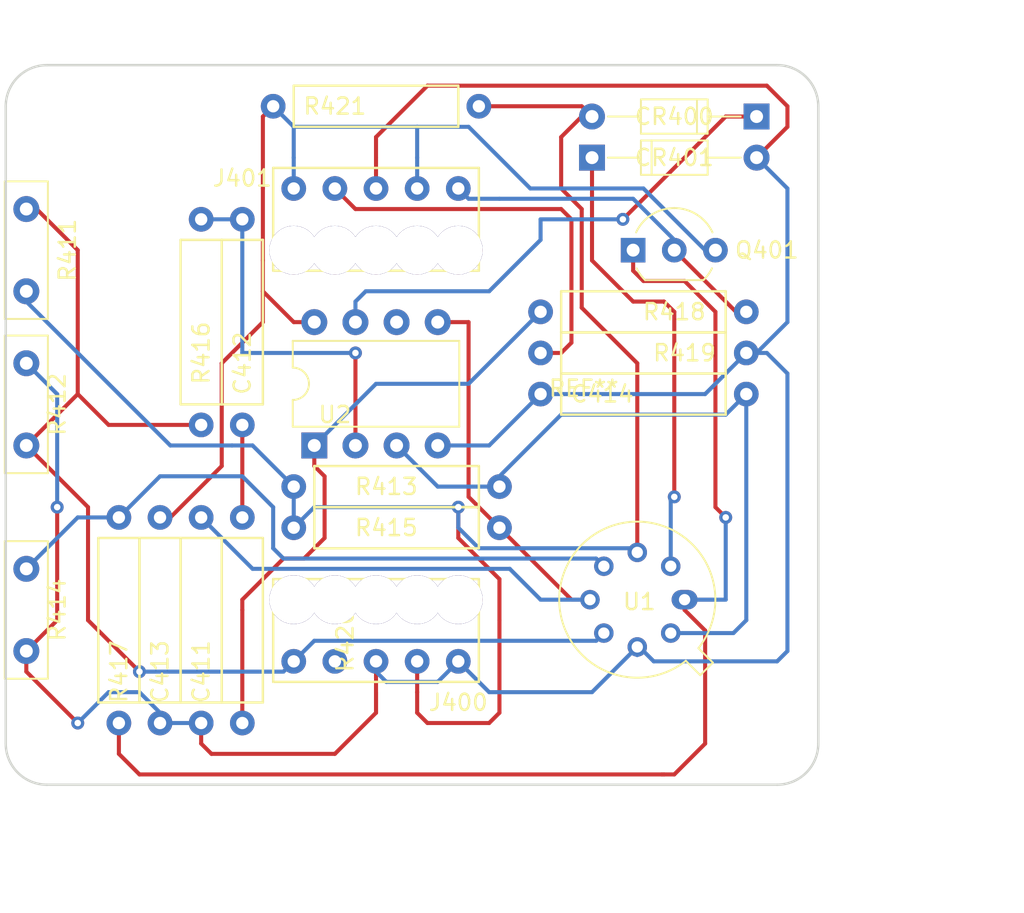
<source format=kicad_pcb>
(kicad_pcb (version 20171130) (host pcbnew "(2017-12-02 revision 3109343)-master")

  (general
    (thickness 1.6)
    (drawings 11)
    (tracks 219)
    (zones 0)
    (modules 25)
    (nets 18)
  )

  (page A4)
  (layers
    (0 F.Cu signal)
    (31 B.Cu signal)
    (32 B.Adhes user hide)
    (33 F.Adhes user hide)
    (34 B.Paste user)
    (35 F.Paste user)
    (36 B.SilkS user hide)
    (37 F.SilkS user)
    (38 B.Mask user)
    (39 F.Mask user hide)
    (40 Dwgs.User user hide)
    (41 Cmts.User user)
    (42 Eco1.User user)
    (43 Eco2.User user)
    (44 Edge.Cuts user)
    (45 Margin user)
    (46 B.CrtYd user hide)
    (47 F.CrtYd user hide)
    (48 B.Fab user hide)
    (49 F.Fab user hide)
  )

  (setup
    (last_trace_width 0.25)
    (trace_clearance 0.2)
    (zone_clearance 0.508)
    (zone_45_only no)
    (trace_min 0.2)
    (segment_width 0.2)
    (edge_width 0.15)
    (via_size 0.8)
    (via_drill 0.4)
    (via_min_size 0.4)
    (via_min_drill 0.3)
    (uvia_size 0.3)
    (uvia_drill 0.1)
    (uvias_allowed no)
    (uvia_min_size 0.2)
    (uvia_min_drill 0.1)
    (pcb_text_width 0.3)
    (pcb_text_size 1.5 1.5)
    (mod_edge_width 0.15)
    (mod_text_size 1 1)
    (mod_text_width 0.15)
    (pad_size 1.524 1.524)
    (pad_drill 0.762)
    (pad_to_mask_clearance 0.2)
    (aux_axis_origin 0 0)
    (visible_elements FFFFFF7F)
    (pcbplotparams
      (layerselection 0x010fc_ffffffff)
      (usegerberextensions false)
      (usegerberattributes false)
      (usegerberadvancedattributes false)
      (creategerberjobfile false)
      (excludeedgelayer true)
      (linewidth 0.100000)
      (plotframeref false)
      (viasonmask false)
      (mode 1)
      (useauxorigin false)
      (hpglpennumber 1)
      (hpglpenspeed 20)
      (hpglpendiameter 15)
      (psnegative false)
      (psa4output false)
      (plotreference true)
      (plotvalue true)
      (plotinvisibletext false)
      (padsonsilk false)
      (subtractmaskfromsilk false)
      (outputformat 1)
      (mirror false)
      (drillshape 0)
      (scaleselection 1)
      (outputdirectory gerbers/))
  )

  (net 0 "")
  (net 1 "Net-(J400-Pad5)")
  (net 2 "Net-(CR400-Pad2)")
  (net 3 GND)
  (net 4 "Net-(C414-Pad1)")
  (net 5 "Net-(R414-Pad1)")
  (net 6 "Net-(C411-Pad1)")
  (net 7 "Net-(C412-Pad2)")
  (net 8 "Net-(Q401-Pad1)")
  (net 9 "Net-(J401-Pad5)")
  (net 10 "Net-(R418-Pad2)")
  (net 11 -12V)
  (net 12 "Net-(C412-Pad1)")
  (net 13 +12V)
  (net 14 "Net-(CR401-Pad1)")
  (net 15 "Net-(CR400-Pad1)")
  (net 16 "Net-(U2-Pad6)")
  (net 17 "Net-(J400-Pad4)")

  (net_class Default "This is the default net class."
    (clearance 0.2)
    (trace_width 0.25)
    (via_dia 0.8)
    (via_drill 0.4)
    (uvia_dia 0.3)
    (uvia_drill 0.1)
    (add_net +12V)
    (add_net -12V)
    (add_net GND)
    (add_net "Net-(C411-Pad1)")
    (add_net "Net-(C412-Pad1)")
    (add_net "Net-(C412-Pad2)")
    (add_net "Net-(C414-Pad1)")
    (add_net "Net-(CR400-Pad1)")
    (add_net "Net-(CR400-Pad2)")
    (add_net "Net-(CR401-Pad1)")
    (add_net "Net-(J400-Pad4)")
    (add_net "Net-(J400-Pad5)")
    (add_net "Net-(J401-Pad5)")
    (add_net "Net-(Q401-Pad1)")
    (add_net "Net-(R414-Pad1)")
    (add_net "Net-(R418-Pad2)")
    (add_net "Net-(U2-Pad6)")
  )

  (module Mounting_Holes:MountingHole_4.3mm_M4 (layer F.Cu) (tedit 5A45E040) (tstamp 5A31DFD8)
    (at 121.285 130.175)
    (descr "Mounting Hole 4.3mm, no annular, M4")
    (tags "mounting hole 4.3mm no annular m4")
    (attr virtual)
    (fp_text reference REF** (at 0 -5.3) (layer F.SilkS) hide
      (effects (font (size 1 1) (thickness 0.15)))
    )
    (fp_text value MountingHole_4.3mm_M4 (at 0 5.3) (layer F.Fab)
      (effects (font (size 1 1) (thickness 0.15)))
    )
    (fp_text user %R (at 0.3 0) (layer F.Fab)
      (effects (font (size 1 1) (thickness 0.15)))
    )
    (fp_circle (center 0 0) (end 4.3 0) (layer Cmts.User) (width 0.15))
    (fp_circle (center 0 0) (end 4.55 0) (layer F.CrtYd) (width 0.05))
    (pad 1 np_thru_hole circle (at 0 0) (size 4.3 4.3) (drill 4.3) (layers *.Cu *.Mask))
  )

  (module Mounting_Holes:MountingHole_4.3mm_M4 (layer F.Cu) (tedit 5A45E037) (tstamp 5A31DFD0)
    (at 163.195 166.37)
    (descr "Mounting Hole 4.3mm, no annular, M4")
    (tags "mounting hole 4.3mm no annular m4")
    (attr virtual)
    (fp_text reference REF** (at 0 -5.3) (layer F.SilkS) hide
      (effects (font (size 1 1) (thickness 0.15)))
    )
    (fp_text value MountingHole_4.3mm_M4 (at 0 5.3) (layer F.Fab)
      (effects (font (size 1 1) (thickness 0.15)))
    )
    (fp_circle (center 0 0) (end 4.55 0) (layer F.CrtYd) (width 0.05))
    (fp_circle (center 0 0) (end 4.3 0) (layer Cmts.User) (width 0.15))
    (fp_text user %R (at 0.3 0) (layer F.Fab)
      (effects (font (size 1 1) (thickness 0.15)))
    )
    (pad 1 np_thru_hole circle (at 0 0) (size 4.3 4.3) (drill 4.3) (layers *.Cu *.Mask))
  )

  (module conn5r:CONN5R (layer F.Cu) (tedit 5A30D274) (tstamp 5A34A155)
    (at 139.7 134.62)
    (path /5A2D8AF5)
    (fp_text reference J401 (at -8.255 -1.905) (layer F.SilkS)
      (effects (font (size 1 1) (thickness 0.15)))
    )
    (fp_text value CONN_5 (at -1.27 -10.795) (layer F.Fab)
      (effects (font (size 1 1) (thickness 0.15)))
    )
    (fp_line (start 6.35 3.81) (end 6.35 -2.54) (layer F.SilkS) (width 0.15))
    (fp_line (start -6.35 3.81) (end 6.35 3.81) (layer F.SilkS) (width 0.15))
    (fp_line (start -6.35 -2.54) (end -6.35 3.81) (layer F.SilkS) (width 0.15))
    (fp_line (start 6.35 -2.54) (end -6.35 -2.54) (layer F.SilkS) (width 0.15))
    (pad 5 thru_hole circle (at 5.08 -1.27) (size 1.524 1.524) (drill 0.762) (layers *.Cu *.Mask)
      (net 9 "Net-(J401-Pad5)"))
    (pad 4 thru_hole circle (at 2.54 -1.27) (size 1.524 1.524) (drill 0.762) (layers *.Cu *.Mask)
      (net 13 +12V))
    (pad 3 thru_hole circle (at 0 -1.27) (size 1.524 1.524) (drill 0.762) (layers *.Cu *.Mask)
      (net 3 GND))
    (pad 2 thru_hole circle (at -2.54 -1.27) (size 1.524 1.524) (drill 0.762) (layers *.Cu *.Mask)
      (net 11 -12V))
    (pad 1 thru_hole circle (at -5.08 -1.27) (size 1.524 1.524) (drill 0.762) (layers *.Cu *.Mask)
      (net 13 +12V))
    (pad 0 thru_hole circle (at 5.08 2.54) (size 3.01 3.01) (drill 3) (layers *.Cu *.Mask))
    (pad 0 thru_hole circle (at 2.54 2.54) (size 3.01 3.01) (drill 3) (layers *.Cu *.Mask))
    (pad 0 thru_hole circle (at 0 2.54) (size 3.01 3.01) (drill 3) (layers *.Cu *.Mask))
    (pad 0 thru_hole circle (at -2.54 2.54) (size 3.01 3.01) (drill 3) (layers *.Cu *.Mask))
    (pad 0 thru_hole circle (at -5.08 2.54) (size 3.01 3.01) (drill 3) (layers *.Cu))
  )

  (module 0:0.5inch_resistor (layer F.Cu) (tedit 5A45E0A2) (tstamp 5A312643)
    (at 139.7 151.765)
    (path /5A2DC5A9)
    (fp_text reference R413 (at 0.635 0) (layer F.SilkS)
      (effects (font (size 1 1) (thickness 0.15)))
    )
    (fp_text value 74.25K (at -0.635 0) (layer F.Fab)
      (effects (font (size 1 1) (thickness 0.15)))
    )
    (fp_line (start 6.35 -1.27) (end 6.35 1.27) (layer F.SilkS) (width 0.15))
    (fp_line (start 6.35 1.27) (end -3.81 1.27) (layer F.SilkS) (width 0.15))
    (fp_line (start -3.81 1.27) (end -3.81 -1.27) (layer F.SilkS) (width 0.15))
    (fp_line (start -3.81 -1.27) (end 6.35 -1.27) (layer F.SilkS) (width 0.15))
    (pad 1 thru_hole circle (at -5.08 0) (size 1.524 1.524) (drill 0.762) (layers *.Cu *.Mask)
      (net 2 "Net-(CR400-Pad2)"))
    (pad 2 thru_hole circle (at 7.62 0) (size 1.524 1.524) (drill 0.762) (layers *.Cu *.Mask)
      (net 4 "Net-(C414-Pad1)"))
  )

  (module 0:0.5inch_resistor (layer F.Cu) (tedit 5A45E0A4) (tstamp 5A312657)
    (at 139.7 154.305)
    (path /5A2DC51D)
    (fp_text reference R415 (at 0.635 0) (layer F.SilkS)
      (effects (font (size 1 1) (thickness 0.15)))
    )
    (fp_text value 74.25K (at -0.635 0) (layer F.Fab)
      (effects (font (size 1 1) (thickness 0.15)))
    )
    (fp_line (start -3.81 -1.27) (end 6.35 -1.27) (layer F.SilkS) (width 0.15))
    (fp_line (start -3.81 1.27) (end -3.81 -1.27) (layer F.SilkS) (width 0.15))
    (fp_line (start 6.35 1.27) (end -3.81 1.27) (layer F.SilkS) (width 0.15))
    (fp_line (start 6.35 -1.27) (end 6.35 1.27) (layer F.SilkS) (width 0.15))
    (pad 2 thru_hole circle (at 7.62 0) (size 1.524 1.524) (drill 0.762) (layers *.Cu *.Mask)
      (net 6 "Net-(C411-Pad1)"))
    (pad 1 thru_hole circle (at -5.08 0) (size 1.524 1.524) (drill 0.762) (layers *.Cu *.Mask)
      (net 2 "Net-(CR400-Pad2)"))
  )

  (module 0:0.5inch_resistor (layer F.Cu) (tedit 5A30D006) (tstamp 5A312661)
    (at 128.905 140.335 270)
    (path /5A2D154C)
    (fp_text reference R416 (at 3.175 0 270) (layer F.SilkS)
      (effects (font (size 1 1) (thickness 0.15)))
    )
    (fp_text value 10K (at 0 -5.08 270) (layer F.Fab)
      (effects (font (size 1 1) (thickness 0.15)))
    )
    (fp_line (start 6.35 -1.27) (end 6.35 1.27) (layer F.SilkS) (width 0.15))
    (fp_line (start 6.35 1.27) (end -3.81 1.27) (layer F.SilkS) (width 0.15))
    (fp_line (start -3.81 1.27) (end -3.81 -1.27) (layer F.SilkS) (width 0.15))
    (fp_line (start -3.81 -1.27) (end 6.35 -1.27) (layer F.SilkS) (width 0.15))
    (pad 1 thru_hole circle (at -5.08 0 270) (size 1.524 1.524) (drill 0.762) (layers *.Cu *.Mask)
      (net 7 "Net-(C412-Pad2)"))
    (pad 2 thru_hole circle (at 7.62 0 270) (size 1.524 1.524) (drill 0.762) (layers *.Cu *.Mask)
      (net 1 "Net-(J400-Pad5)"))
  )

  (module 0:0.5inch_resistor (layer F.Cu) (tedit 5A30CD1E) (tstamp 5A31266B)
    (at 123.825 158.75 270)
    (path /5A2DA1B9)
    (fp_text reference R417 (at 4.445 0 270) (layer F.SilkS)
      (effects (font (size 1 1) (thickness 0.15)))
    )
    (fp_text value 200K (at 0 0 270) (layer F.Fab)
      (effects (font (size 1 1) (thickness 0.15)))
    )
    (fp_line (start 6.35 -1.27) (end 6.35 1.27) (layer F.SilkS) (width 0.15))
    (fp_line (start 6.35 1.27) (end -3.81 1.27) (layer F.SilkS) (width 0.15))
    (fp_line (start -3.81 1.27) (end -3.81 -1.27) (layer F.SilkS) (width 0.15))
    (fp_line (start -3.81 -1.27) (end 6.35 -1.27) (layer F.SilkS) (width 0.15))
    (pad 1 thru_hole circle (at -5.08 0 270) (size 1.524 1.524) (drill 0.762) (layers *.Cu *.Mask)
      (net 5 "Net-(R414-Pad1)"))
    (pad 2 thru_hole circle (at 7.62 0 270) (size 1.524 1.524) (drill 0.762) (layers *.Cu *.Mask)
      (net 8 "Net-(Q401-Pad1)"))
  )

  (module 0:0.5inch_resistor (layer F.Cu) (tedit 5A30CFF2) (tstamp 5A312675)
    (at 157.48 140.97 180)
    (path /5A2D18DC)
    (fp_text reference R418 (at -0.635 0 180) (layer F.SilkS)
      (effects (font (size 1 1) (thickness 0.15)))
    )
    (fp_text value 499 (at 4.445 0 180) (layer F.Fab)
      (effects (font (size 1 1) (thickness 0.15)))
    )
    (fp_line (start 6.35 -1.27) (end 6.35 1.27) (layer F.SilkS) (width 0.15))
    (fp_line (start 6.35 1.27) (end -3.81 1.27) (layer F.SilkS) (width 0.15))
    (fp_line (start -3.81 1.27) (end -3.81 -1.27) (layer F.SilkS) (width 0.15))
    (fp_line (start -3.81 -1.27) (end 6.35 -1.27) (layer F.SilkS) (width 0.15))
    (pad 1 thru_hole circle (at -5.08 0 180) (size 1.524 1.524) (drill 0.762) (layers *.Cu *.Mask)
      (net 9 "Net-(J401-Pad5)"))
    (pad 2 thru_hole circle (at 7.62 0 180) (size 1.524 1.524) (drill 0.762) (layers *.Cu *.Mask)
      (net 10 "Net-(R418-Pad2)"))
  )

  (module 0:0.5inch_resistor (layer F.Cu) (tedit 5A30CF8E) (tstamp 5A31267F)
    (at 154.94 143.51)
    (path /5A2EA3DF)
    (fp_text reference R419 (at 3.81 0) (layer F.SilkS)
      (effects (font (size 1 1) (thickness 0.15)))
    )
    (fp_text value 2.67K (at -1.27 0) (layer F.Fab)
      (effects (font (size 1 1) (thickness 0.15)))
    )
    (fp_line (start 6.35 -1.27) (end 6.35 1.27) (layer F.SilkS) (width 0.15))
    (fp_line (start 6.35 1.27) (end -3.81 1.27) (layer F.SilkS) (width 0.15))
    (fp_line (start -3.81 1.27) (end -3.81 -1.27) (layer F.SilkS) (width 0.15))
    (fp_line (start -3.81 -1.27) (end 6.35 -1.27) (layer F.SilkS) (width 0.15))
    (pad 1 thru_hole circle (at -5.08 0) (size 1.524 1.524) (drill 0.762) (layers *.Cu *.Mask)
      (net 11 -12V))
    (pad 2 thru_hole circle (at 7.62 0) (size 1.524 1.524) (drill 0.762) (layers *.Cu *.Mask)
      (net 3 GND))
  )

  (module 0:0.5inch_resistor (layer F.Cu) (tedit 5A30CCE0) (tstamp 5A312689)
    (at 131.445 161.29 90)
    (path /5A2D1776)
    (fp_text reference R420 (at 0 6.35 90) (layer F.SilkS)
      (effects (font (size 1 1) (thickness 0.15)))
    )
    (fp_text value 1M (at 3.81 0 90) (layer F.Fab)
      (effects (font (size 1 1) (thickness 0.15)))
    )
    (fp_line (start -3.81 -1.27) (end 6.35 -1.27) (layer F.SilkS) (width 0.15))
    (fp_line (start -3.81 1.27) (end -3.81 -1.27) (layer F.SilkS) (width 0.15))
    (fp_line (start 6.35 1.27) (end -3.81 1.27) (layer F.SilkS) (width 0.15))
    (fp_line (start 6.35 -1.27) (end 6.35 1.27) (layer F.SilkS) (width 0.15))
    (pad 2 thru_hole circle (at 7.62 0 90) (size 1.524 1.524) (drill 0.762) (layers *.Cu *.Mask)
      (net 12 "Net-(C412-Pad1)"))
    (pad 1 thru_hole circle (at -5.08 0 90) (size 1.524 1.524) (drill 0.762) (layers *.Cu *.Mask)
      (net 10 "Net-(R418-Pad2)"))
  )

  (module 0:0.5inch_resistor (layer F.Cu) (tedit 5A30CCA7) (tstamp 5A312693)
    (at 138.43 128.27)
    (path /5A2DECB6)
    (fp_text reference R421 (at -1.27 0) (layer F.SilkS)
      (effects (font (size 1 1) (thickness 0.15)))
    )
    (fp_text value 100K (at 3.81 0) (layer F.Fab)
      (effects (font (size 1 1) (thickness 0.15)))
    )
    (fp_line (start -3.81 -1.27) (end 6.35 -1.27) (layer F.SilkS) (width 0.15))
    (fp_line (start -3.81 1.27) (end -3.81 -1.27) (layer F.SilkS) (width 0.15))
    (fp_line (start 6.35 1.27) (end -3.81 1.27) (layer F.SilkS) (width 0.15))
    (fp_line (start 6.35 -1.27) (end 6.35 1.27) (layer F.SilkS) (width 0.15))
    (pad 2 thru_hole circle (at 7.62 0) (size 1.524 1.524) (drill 0.762) (layers *.Cu *.Mask)
      (net 2 "Net-(CR400-Pad2)"))
    (pad 1 thru_hole circle (at -5.08 0) (size 1.524 1.524) (drill 0.762) (layers *.Cu *.Mask)
      (net 13 +12V))
  )

  (module TO_SOT_Packages_THT:TO-5-8 (layer F.Cu) (tedit 5A317617) (tstamp 5A3126AD)
    (at 158.75 158.75 180)
    (descr TO-5-8)
    (tags TO-5-8)
    (path /5A2D6F4D)
    (fp_text reference U1 (at 2.794 -0.127 180) (layer F.SilkS)
      (effects (font (size 1 1) (thickness 0.15)))
    )
    (fp_text value LTZ1000A (at 2.92 5.82 180) (layer F.Fab)
      (effects (font (size 1 1) (thickness 0.15)))
    )
    (fp_arc (start 2.92 0) (end -0.077084 -3.774902) (angle 346.9) (layer F.SilkS) (width 0.12))
    (fp_arc (start 2.92 0) (end -0.085408 -3.61352) (angle 349.5) (layer F.Fab) (width 0.1))
    (fp_circle (center 2.92 0) (end 7.17 0) (layer F.Fab) (width 0.1))
    (fp_line (start 7.87 -4.95) (end -2.04 -4.95) (layer F.CrtYd) (width 0.05))
    (fp_line (start 7.87 4.95) (end 7.87 -4.95) (layer F.CrtYd) (width 0.05))
    (fp_line (start -2.04 4.95) (end 7.87 4.95) (layer F.CrtYd) (width 0.05))
    (fp_line (start -2.04 -4.95) (end -2.04 4.95) (layer F.CrtYd) (width 0.05))
    (fp_line (start -1.745856 -3.888039) (end -0.854902 -2.997084) (layer F.SilkS) (width 0.12))
    (fp_line (start -0.968039 -4.665856) (end -1.745856 -3.888039) (layer F.SilkS) (width 0.12))
    (fp_line (start -0.077084 -3.774902) (end -0.968039 -4.665856) (layer F.SilkS) (width 0.12))
    (fp_line (start -1.499621 -3.81151) (end -0.69352 -3.005408) (layer F.Fab) (width 0.1))
    (fp_line (start -0.89151 -4.419621) (end -1.499621 -3.81151) (layer F.Fab) (width 0.1))
    (fp_line (start -0.085408 -3.61352) (end -0.89151 -4.419621) (layer F.Fab) (width 0.1))
    (fp_text user %R (at -0.889 -18.542 180) (layer F.Fab)
      (effects (font (size 1 1) (thickness 0.15)))
    )
    (pad 8 thru_hole oval (at 0.855248 -2.064752 180) (size 1.2 1.2) (drill 0.7) (layers *.Cu *.Mask)
      (net 4 "Net-(C414-Pad1)"))
    (pad 7 thru_hole oval (at 2.92 -2.92 180) (size 1.2 1.2) (drill 0.7) (layers *.Cu *.Mask)
      (net 3 GND))
    (pad 6 thru_hole oval (at 4.984752 -2.064752 180) (size 1.2 1.2) (drill 0.7) (layers *.Cu *.Mask)
      (net 1 "Net-(J400-Pad5)"))
    (pad 5 thru_hole oval (at 5.84 0 180) (size 1.2 1.2) (drill 0.7) (layers *.Cu *.Mask)
      (net 6 "Net-(C411-Pad1)"))
    (pad 4 thru_hole oval (at 4.984752 2.064752 180) (size 1.2 1.2) (drill 0.7) (layers *.Cu *.Mask)
      (net 5 "Net-(R414-Pad1)"))
    (pad 3 thru_hole oval (at 2.92 2.92 180) (size 1.2 1.2) (drill 0.7) (layers *.Cu *.Mask)
      (net 2 "Net-(CR400-Pad2)"))
    (pad 2 thru_hole oval (at 0.855248 2.064752 180) (size 1.2 1.2) (drill 0.7) (layers *.Cu *.Mask)
      (net 14 "Net-(CR401-Pad1)"))
    (pad 1 thru_hole oval (at 0 0 180) (size 1.6 1.2) (drill 0.7) (layers *.Cu *.Mask)
      (net 8 "Net-(Q401-Pad1)"))
    (model ${KISYS3DMOD}/TO_SOT_Packages_THT.3dshapes/TO-5-8.wrl
      (at (xyz 0 0 0))
      (scale (xyz 0.393701 0.393701 0.393701))
      (rotate (xyz 0 0 0))
    )
  )

  (module Housings_DIP:DIP-8_W7.62mm (layer F.Cu) (tedit 5A30CD08) (tstamp 5A3126C9)
    (at 135.89 149.225 90)
    (descr "8-lead though-hole mounted DIP package, row spacing 7.62 mm (300 mils)")
    (tags "THT DIP DIL PDIP 2.54mm 7.62mm 300mil")
    (path /5A2D13FD)
    (fp_text reference U2 (at 1.905 1.27 180) (layer F.SilkS)
      (effects (font (size 1 1) (thickness 0.15)))
    )
    (fp_text value LT1013 (at 3.81 9.95 90) (layer F.Fab)
      (effects (font (size 1 1) (thickness 0.15)))
    )
    (fp_text user %R (at 3.81 3.81 90) (layer F.Fab)
      (effects (font (size 1 1) (thickness 0.15)))
    )
    (fp_line (start 8.7 -1.55) (end -1.1 -1.55) (layer F.CrtYd) (width 0.05))
    (fp_line (start 8.7 9.15) (end 8.7 -1.55) (layer F.CrtYd) (width 0.05))
    (fp_line (start -1.1 9.15) (end 8.7 9.15) (layer F.CrtYd) (width 0.05))
    (fp_line (start -1.1 -1.55) (end -1.1 9.15) (layer F.CrtYd) (width 0.05))
    (fp_line (start 6.46 -1.33) (end 4.81 -1.33) (layer F.SilkS) (width 0.12))
    (fp_line (start 6.46 8.95) (end 6.46 -1.33) (layer F.SilkS) (width 0.12))
    (fp_line (start 1.16 8.95) (end 6.46 8.95) (layer F.SilkS) (width 0.12))
    (fp_line (start 1.16 -1.33) (end 1.16 8.95) (layer F.SilkS) (width 0.12))
    (fp_line (start 2.81 -1.33) (end 1.16 -1.33) (layer F.SilkS) (width 0.12))
    (fp_line (start 0.635 -0.27) (end 1.635 -1.27) (layer F.Fab) (width 0.1))
    (fp_line (start 0.635 8.89) (end 0.635 -0.27) (layer F.Fab) (width 0.1))
    (fp_line (start 6.985 8.89) (end 0.635 8.89) (layer F.Fab) (width 0.1))
    (fp_line (start 6.985 -1.27) (end 6.985 8.89) (layer F.Fab) (width 0.1))
    (fp_line (start 1.635 -1.27) (end 6.985 -1.27) (layer F.Fab) (width 0.1))
    (fp_arc (start 3.81 -1.33) (end 2.81 -1.33) (angle -180) (layer F.SilkS) (width 0.12))
    (pad 8 thru_hole oval (at 7.62 0 90) (size 1.6 1.6) (drill 0.8) (layers *.Cu *.Mask)
      (net 13 +12V))
    (pad 4 thru_hole oval (at 0 7.62 90) (size 1.6 1.6) (drill 0.8) (layers *.Cu *.Mask)
      (net 3 GND))
    (pad 7 thru_hole oval (at 7.62 2.54 90) (size 1.6 1.6) (drill 0.8) (layers *.Cu *.Mask)
      (net 15 "Net-(CR400-Pad1)"))
    (pad 3 thru_hole oval (at 0 5.08 90) (size 1.6 1.6) (drill 0.8) (layers *.Cu *.Mask)
      (net 4 "Net-(C414-Pad1)"))
    (pad 6 thru_hole oval (at 7.62 5.08 90) (size 1.6 1.6) (drill 0.8) (layers *.Cu *.Mask)
      (net 16 "Net-(U2-Pad6)"))
    (pad 2 thru_hole oval (at 0 2.54 90) (size 1.6 1.6) (drill 0.8) (layers *.Cu *.Mask)
      (net 7 "Net-(C412-Pad2)"))
    (pad 5 thru_hole oval (at 7.62 7.62 90) (size 1.6 1.6) (drill 0.8) (layers *.Cu *.Mask)
      (net 6 "Net-(C411-Pad1)"))
    (pad 1 thru_hole rect (at 0 0 90) (size 1.6 1.6) (drill 0.8) (layers *.Cu *.Mask)
      (net 10 "Net-(R418-Pad2)"))
    (model ${KISYS3DMOD}/Housings_DIP.3dshapes/DIP-8_W7.62mm.wrl
      (at (xyz 0 0 0))
      (scale (xyz 1 1 1))
      (rotate (xyz 0 0 0))
    )
  )

  (module Resistors_THT:R_Box_L8.4mm_W2.5mm_P5.08mm (layer F.Cu) (tedit 5A45E04C) (tstamp 5A316595)
    (at 118.11 139.7 90)
    (descr "Resistor, Box series, Radial, pin pitch=5.08mm, 0.5W = 1/2W, length*width=8.38*2.54mm^2, http://www.vishay.com/docs/60051/cns020.pdf")
    (tags "Resistor Box series Radial pin pitch 5.08mm 0.5W = 1/2W length 8.38mm width 2.54mm")
    (path /5A2D0FF5)
    (fp_text reference R411 (at 2.54 2.54 90) (layer F.SilkS)
      (effects (font (size 1 1) (thickness 0.15)))
    )
    (fp_text value 15K (at 2.54 2.33 90) (layer F.Fab)
      (effects (font (size 1 1) (thickness 0.15)))
    )
    (fp_line (start 7.05 -1.6) (end -2 -1.6) (layer F.CrtYd) (width 0.05))
    (fp_line (start 7.05 1.6) (end 7.05 -1.6) (layer F.CrtYd) (width 0.05))
    (fp_line (start -2 1.6) (end 7.05 1.6) (layer F.CrtYd) (width 0.05))
    (fp_line (start -2 -1.6) (end -2 1.6) (layer F.CrtYd) (width 0.05))
    (fp_line (start 6.79 -1.33) (end 6.79 1.33) (layer F.SilkS) (width 0.12))
    (fp_line (start -1.71 -1.33) (end -1.71 1.33) (layer F.SilkS) (width 0.12))
    (fp_line (start -1.71 1.33) (end 6.79 1.33) (layer F.SilkS) (width 0.12))
    (fp_line (start -1.71 -1.33) (end 6.79 -1.33) (layer F.SilkS) (width 0.12))
    (fp_line (start 6.73 -1.27) (end -1.65 -1.27) (layer F.Fab) (width 0.1))
    (fp_line (start 6.73 1.27) (end 6.73 -1.27) (layer F.Fab) (width 0.1))
    (fp_line (start -1.65 1.27) (end 6.73 1.27) (layer F.Fab) (width 0.1))
    (fp_line (start -1.65 -1.27) (end -1.65 1.27) (layer F.Fab) (width 0.1))
    (pad 2 thru_hole circle (at 5.08 0 90) (size 1.6 1.6) (drill 0.8) (layers *.Cu *.Mask)
      (net 1 "Net-(J400-Pad5)"))
    (pad 1 thru_hole circle (at 0 0 90) (size 1.6 1.6) (drill 0.8) (layers *.Cu *.Mask)
      (net 2 "Net-(CR400-Pad2)"))
    (model ${KISYS3DMOD}/Resistors_THT.3dshapes/R_Box_L8.4mm_W2.5mm_P5.08mm.wrl
      (at (xyz 0 0 0))
      (scale (xyz 0.393701 0.393701 0.393701))
      (rotate (xyz 0 0 0))
    )
  )

  (module Resistors_THT:R_Box_L8.4mm_W2.5mm_P5.08mm (layer F.Cu) (tedit 5A45E04E) (tstamp 5A3165A6)
    (at 118.11 149.225 90)
    (descr "Resistor, Box series, Radial, pin pitch=5.08mm, 0.5W = 1/2W, length*width=8.38*2.54mm^2, http://www.vishay.com/docs/60051/cns020.pdf")
    (tags "Resistor Box series Radial pin pitch 5.08mm 0.5W = 1/2W length 8.38mm width 2.54mm")
    (path /5A2D0F59)
    (fp_text reference R412 (at 2.54 1.905 90) (layer F.SilkS)
      (effects (font (size 1 1) (thickness 0.15)))
    )
    (fp_text value 1K (at 2.54 2.33 90) (layer F.Fab)
      (effects (font (size 1 1) (thickness 0.15)))
    )
    (fp_line (start -1.65 -1.27) (end -1.65 1.27) (layer F.Fab) (width 0.1))
    (fp_line (start -1.65 1.27) (end 6.73 1.27) (layer F.Fab) (width 0.1))
    (fp_line (start 6.73 1.27) (end 6.73 -1.27) (layer F.Fab) (width 0.1))
    (fp_line (start 6.73 -1.27) (end -1.65 -1.27) (layer F.Fab) (width 0.1))
    (fp_line (start -1.71 -1.33) (end 6.79 -1.33) (layer F.SilkS) (width 0.12))
    (fp_line (start -1.71 1.33) (end 6.79 1.33) (layer F.SilkS) (width 0.12))
    (fp_line (start -1.71 -1.33) (end -1.71 1.33) (layer F.SilkS) (width 0.12))
    (fp_line (start 6.79 -1.33) (end 6.79 1.33) (layer F.SilkS) (width 0.12))
    (fp_line (start -2 -1.6) (end -2 1.6) (layer F.CrtYd) (width 0.05))
    (fp_line (start -2 1.6) (end 7.05 1.6) (layer F.CrtYd) (width 0.05))
    (fp_line (start 7.05 1.6) (end 7.05 -1.6) (layer F.CrtYd) (width 0.05))
    (fp_line (start 7.05 -1.6) (end -2 -1.6) (layer F.CrtYd) (width 0.05))
    (pad 1 thru_hole circle (at 0 0 90) (size 1.6 1.6) (drill 0.8) (layers *.Cu *.Mask)
      (net 1 "Net-(J400-Pad5)"))
    (pad 2 thru_hole circle (at 5.08 0 90) (size 1.6 1.6) (drill 0.8) (layers *.Cu *.Mask)
      (net 3 GND))
    (model ${KISYS3DMOD}/Resistors_THT.3dshapes/R_Box_L8.4mm_W2.5mm_P5.08mm.wrl
      (at (xyz 0 0 0))
      (scale (xyz 0.393701 0.393701 0.393701))
      (rotate (xyz 0 0 0))
    )
  )

  (module Resistors_THT:R_Box_L8.4mm_W2.5mm_P5.08mm (layer F.Cu) (tedit 5A45E055) (tstamp 5A3165B7)
    (at 118.11 156.845 270)
    (descr "Resistor, Box series, Radial, pin pitch=5.08mm, 0.5W = 1/2W, length*width=8.38*2.54mm^2, http://www.vishay.com/docs/60051/cns020.pdf")
    (tags "Resistor Box series Radial pin pitch 5.08mm 0.5W = 1/2W length 8.38mm width 2.54mm")
    (path /5A2D9B91)
    (fp_text reference R414 (at 2.54 -1.905 90) (layer F.SilkS)
      (effects (font (size 1 1) (thickness 0.15)))
    )
    (fp_text value 111 (at 2.54 0) (layer F.Fab)
      (effects (font (size 1 1) (thickness 0.15)))
    )
    (fp_line (start 7.05 -1.6) (end -2 -1.6) (layer F.CrtYd) (width 0.05))
    (fp_line (start 7.05 1.6) (end 7.05 -1.6) (layer F.CrtYd) (width 0.05))
    (fp_line (start -2 1.6) (end 7.05 1.6) (layer F.CrtYd) (width 0.05))
    (fp_line (start -2 -1.6) (end -2 1.6) (layer F.CrtYd) (width 0.05))
    (fp_line (start 6.79 -1.33) (end 6.79 1.33) (layer F.SilkS) (width 0.12))
    (fp_line (start -1.71 -1.33) (end -1.71 1.33) (layer F.SilkS) (width 0.12))
    (fp_line (start -1.71 1.33) (end 6.79 1.33) (layer F.SilkS) (width 0.12))
    (fp_line (start -1.71 -1.33) (end 6.79 -1.33) (layer F.SilkS) (width 0.12))
    (fp_line (start 6.73 -1.27) (end -1.65 -1.27) (layer F.Fab) (width 0.1))
    (fp_line (start 6.73 1.27) (end 6.73 -1.27) (layer F.Fab) (width 0.1))
    (fp_line (start -1.65 1.27) (end 6.73 1.27) (layer F.Fab) (width 0.1))
    (fp_line (start -1.65 -1.27) (end -1.65 1.27) (layer F.Fab) (width 0.1))
    (pad 2 thru_hole circle (at 5.08 0 270) (size 1.6 1.6) (drill 0.8) (layers *.Cu *.Mask)
      (net 3 GND))
    (pad 1 thru_hole circle (at 0 0 270) (size 1.6 1.6) (drill 0.8) (layers *.Cu *.Mask)
      (net 5 "Net-(R414-Pad1)"))
    (model ${KISYS3DMOD}/Resistors_THT.3dshapes/R_Box_L8.4mm_W2.5mm_P5.08mm.wrl
      (at (xyz 0 0 0))
      (scale (xyz 0.393701 0.393701 0.393701))
      (rotate (xyz 0 0 0))
    )
  )

  (module 0:0.5inch_resistor (layer F.Cu) (tedit 5A30CD23) (tstamp 5A3187A2)
    (at 128.905 158.75 270)
    (path /5A2DBAE8)
    (fp_text reference C411 (at 4.445 0 270) (layer F.SilkS)
      (effects (font (size 1 1) (thickness 0.15)))
    )
    (fp_text value 0.022uF (at -0.635 0 270) (layer F.Fab)
      (effects (font (size 1 1) (thickness 0.15)))
    )
    (fp_line (start -3.81 -1.27) (end 6.35 -1.27) (layer F.SilkS) (width 0.15))
    (fp_line (start -3.81 1.27) (end -3.81 -1.27) (layer F.SilkS) (width 0.15))
    (fp_line (start 6.35 1.27) (end -3.81 1.27) (layer F.SilkS) (width 0.15))
    (fp_line (start 6.35 -1.27) (end 6.35 1.27) (layer F.SilkS) (width 0.15))
    (pad 2 thru_hole circle (at 7.62 0 270) (size 1.524 1.524) (drill 0.762) (layers *.Cu *.Mask)
      (net 3 GND))
    (pad 1 thru_hole circle (at -5.08 0 270) (size 1.524 1.524) (drill 0.762) (layers *.Cu *.Mask)
      (net 6 "Net-(C411-Pad1)"))
  )

  (module 0:0.5inch_resistor (layer F.Cu) (tedit 5A30CB0F) (tstamp 5A3187AC)
    (at 131.445 142.875 90)
    (path /5A2D16D4)
    (fp_text reference C412 (at -1.27 0 90) (layer F.SilkS)
      (effects (font (size 1 1) (thickness 0.15)))
    )
    (fp_text value 0.1uF (at 3.175 0 90) (layer F.Fab)
      (effects (font (size 1 1) (thickness 0.15)))
    )
    (fp_line (start 6.35 -1.27) (end 6.35 1.27) (layer F.SilkS) (width 0.15))
    (fp_line (start 6.35 1.27) (end -3.81 1.27) (layer F.SilkS) (width 0.15))
    (fp_line (start -3.81 1.27) (end -3.81 -1.27) (layer F.SilkS) (width 0.15))
    (fp_line (start -3.81 -1.27) (end 6.35 -1.27) (layer F.SilkS) (width 0.15))
    (pad 1 thru_hole circle (at -5.08 0 90) (size 1.524 1.524) (drill 0.762) (layers *.Cu *.Mask)
      (net 12 "Net-(C412-Pad1)"))
    (pad 2 thru_hole circle (at 7.62 0 90) (size 1.524 1.524) (drill 0.762) (layers *.Cu *.Mask)
      (net 7 "Net-(C412-Pad2)"))
  )

  (module 0:0.5inch_resistor (layer F.Cu) (tedit 5A30CD21) (tstamp 5A3187B6)
    (at 126.365 161.29 90)
    (path /5A2D197A)
    (fp_text reference C413 (at -1.905 0 90) (layer F.SilkS)
      (effects (font (size 1 1) (thickness 0.15)))
    )
    (fp_text value 0.01uF (at 3.175 0 90) (layer F.Fab)
      (effects (font (size 1 1) (thickness 0.15)))
    )
    (fp_line (start -3.81 -1.27) (end 6.35 -1.27) (layer F.SilkS) (width 0.15))
    (fp_line (start -3.81 1.27) (end -3.81 -1.27) (layer F.SilkS) (width 0.15))
    (fp_line (start 6.35 1.27) (end -3.81 1.27) (layer F.SilkS) (width 0.15))
    (fp_line (start 6.35 -1.27) (end 6.35 1.27) (layer F.SilkS) (width 0.15))
    (pad 2 thru_hole circle (at 7.62 0 90) (size 1.524 1.524) (drill 0.762) (layers *.Cu *.Mask)
      (net 13 +12V))
    (pad 1 thru_hole circle (at -5.08 0 90) (size 1.524 1.524) (drill 0.762) (layers *.Cu *.Mask)
      (net 3 GND))
  )

  (module 0:0.5inch_resistor (layer F.Cu) (tedit 5A30C9B0) (tstamp 5A3187C0)
    (at 157.48 146.05 180)
    (path /5A2E47A4)
    (fp_text reference C414 (at 3.81 0 180) (layer F.SilkS)
      (effects (font (size 1 1) (thickness 0.15)))
    )
    (fp_text value 0.1uF (at -1.27 0 180) (layer F.Fab)
      (effects (font (size 1 1) (thickness 0.15)))
    )
    (fp_line (start 6.35 -1.27) (end 6.35 1.27) (layer F.SilkS) (width 0.15))
    (fp_line (start 6.35 1.27) (end -3.81 1.27) (layer F.SilkS) (width 0.15))
    (fp_line (start -3.81 1.27) (end -3.81 -1.27) (layer F.SilkS) (width 0.15))
    (fp_line (start -3.81 -1.27) (end 6.35 -1.27) (layer F.SilkS) (width 0.15))
    (pad 1 thru_hole circle (at -5.08 0 180) (size 1.524 1.524) (drill 0.762) (layers *.Cu *.Mask)
      (net 4 "Net-(C414-Pad1)"))
    (pad 2 thru_hole circle (at 7.62 0 180) (size 1.524 1.524) (drill 0.762) (layers *.Cu *.Mask)
      (net 3 GND))
  )

  (module conn5r:CONN5R (layer F.Cu) (tedit 5A30D27B) (tstamp 5A318816)
    (at 139.7 161.29 180)
    (path /5A2D8B81)
    (fp_text reference J400 (at -5.08 -3.81 180) (layer F.SilkS)
      (effects (font (size 1 1) (thickness 0.15)))
    )
    (fp_text value CONN_5 (at -1.27 -10.795 180) (layer F.Fab)
      (effects (font (size 1 1) (thickness 0.15)))
    )
    (fp_line (start 6.35 -2.54) (end -6.35 -2.54) (layer F.SilkS) (width 0.15))
    (fp_line (start -6.35 -2.54) (end -6.35 3.81) (layer F.SilkS) (width 0.15))
    (fp_line (start -6.35 3.81) (end 6.35 3.81) (layer F.SilkS) (width 0.15))
    (fp_line (start 6.35 3.81) (end 6.35 -2.54) (layer F.SilkS) (width 0.15))
    (pad 0 thru_hole circle (at -5.08 2.54 180) (size 3.01 3.01) (drill 3) (layers *.Cu))
    (pad 0 thru_hole circle (at -2.54 2.54 180) (size 3.01 3.01) (drill 3) (layers *.Cu *.Mask))
    (pad 0 thru_hole circle (at 0 2.54 180) (size 3.01 3.01) (drill 3) (layers *.Cu *.Mask))
    (pad 0 thru_hole circle (at 2.54 2.54 180) (size 3.01 3.01) (drill 3) (layers *.Cu *.Mask))
    (pad 0 thru_hole circle (at 5.08 2.54 180) (size 3.01 3.01) (drill 3) (layers *.Cu *.Mask))
    (pad 1 thru_hole circle (at -5.08 -1.27 180) (size 1.524 1.524) (drill 0.762) (layers *.Cu *.Mask)
      (net 3 GND))
    (pad 2 thru_hole circle (at -2.54 -1.27 180) (size 1.524 1.524) (drill 0.762) (layers *.Cu *.Mask)
      (net 2 "Net-(CR400-Pad2)"))
    (pad 3 thru_hole circle (at 0 -1.27 180) (size 1.524 1.524) (drill 0.762) (layers *.Cu *.Mask)
      (net 3 GND))
    (pad 4 thru_hole circle (at 2.54 -1.27 180) (size 1.524 1.524) (drill 0.762) (layers *.Cu *.Mask)
      (net 17 "Net-(J400-Pad4)"))
    (pad 5 thru_hole circle (at 5.08 -1.27 180) (size 1.524 1.524) (drill 0.762) (layers *.Cu *.Mask)
      (net 1 "Net-(J400-Pad5)"))
  )

  (module TO_SOT_Packages_THT:TO-92_Inline_Wide (layer F.Cu) (tedit 5A30D2A9) (tstamp 5A31882A)
    (at 155.575 137.16)
    (descr "TO-92 leads in-line, wide, drill 0.8mm (see NXP sot054_po.pdf)")
    (tags "to-92 sc-43 sc-43a sot54 PA33 transistor")
    (path /5A2D648C)
    (fp_text reference Q401 (at 8.255 0 180) (layer F.SilkS)
      (effects (font (size 1 1) (thickness 0.15)))
    )
    (fp_text value 2n3904 (at 15.875 0) (layer F.Fab)
      (effects (font (size 1 1) (thickness 0.15)))
    )
    (fp_arc (start 2.54 0) (end 4.34 1.85) (angle -20) (layer F.SilkS) (width 0.12))
    (fp_arc (start 2.54 0) (end 2.54 -2.48) (angle -135) (layer F.Fab) (width 0.1))
    (fp_arc (start 2.54 0) (end 2.54 -2.48) (angle 135) (layer F.Fab) (width 0.1))
    (fp_arc (start 2.54 0) (end 2.54 -2.6) (angle 65) (layer F.SilkS) (width 0.12))
    (fp_arc (start 2.54 0) (end 2.54 -2.6) (angle -65) (layer F.SilkS) (width 0.12))
    (fp_arc (start 2.54 0) (end 0.74 1.85) (angle 20) (layer F.SilkS) (width 0.12))
    (fp_line (start 6.09 2.01) (end -1.01 2.01) (layer F.CrtYd) (width 0.05))
    (fp_line (start 6.09 2.01) (end 6.09 -2.73) (layer F.CrtYd) (width 0.05))
    (fp_line (start -1.01 -2.73) (end -1.01 2.01) (layer F.CrtYd) (width 0.05))
    (fp_line (start -1.01 -2.73) (end 6.09 -2.73) (layer F.CrtYd) (width 0.05))
    (fp_line (start 0.8 1.75) (end 4.3 1.75) (layer F.Fab) (width 0.1))
    (fp_line (start 0.74 1.85) (end 4.34 1.85) (layer F.SilkS) (width 0.12))
    (fp_text user %R (at 14.605 -1.27 180) (layer F.Fab)
      (effects (font (size 1 1) (thickness 0.15)))
    )
    (pad 1 thru_hole rect (at 0 0 90) (size 1.52 1.52) (drill 0.8) (layers *.Cu *.Mask)
      (net 8 "Net-(Q401-Pad1)"))
    (pad 3 thru_hole circle (at 5.08 0 90) (size 1.52 1.52) (drill 0.8) (layers *.Cu *.Mask)
      (net 13 +12V))
    (pad 2 thru_hole circle (at 2.54 0 90) (size 1.52 1.52) (drill 0.8) (layers *.Cu *.Mask)
      (net 9 "Net-(J401-Pad5)"))
    (model ${KISYS3DMOD}/TO_SOT_Packages_THT.3dshapes/TO-92_Inline_Wide.wrl
      (offset (xyz 2.539999961853027 0 0))
      (scale (xyz 1 1 1))
      (rotate (xyz 0 0 -90))
    )
  )

  (module Diodes_THT:D_DO-35_SOD27_P10.16mm_Horizontal (layer F.Cu) (tedit 5A316EC0) (tstamp 5A339C48)
    (at 163.195 128.905 180)
    (descr "D, DO-35_SOD27 series, Axial, Horizontal, pin pitch=10.16mm, , length*diameter=4*2mm^2, , http://www.diodes.com/_files/packages/DO-35.pdf")
    (tags "D DO-35_SOD27 series Axial Horizontal pin pitch 10.16mm  length 4mm diameter 2mm")
    (path /5A2DE5DC)
    (fp_text reference CR400 (at 5.08 0 180) (layer F.SilkS)
      (effects (font (size 1 1) (thickness 0.15)))
    )
    (fp_text value DIODE (at 7.62 8.255 180) (layer F.Fab)
      (effects (font (size 1 1) (thickness 0.15)))
    )
    (fp_text user %R (at 7.62 6.35 180) (layer F.Fab)
      (effects (font (size 1 1) (thickness 0.15)))
    )
    (fp_line (start 3.08 -1) (end 3.08 1) (layer F.Fab) (width 0.1))
    (fp_line (start 3.08 1) (end 7.08 1) (layer F.Fab) (width 0.1))
    (fp_line (start 7.08 1) (end 7.08 -1) (layer F.Fab) (width 0.1))
    (fp_line (start 7.08 -1) (end 3.08 -1) (layer F.Fab) (width 0.1))
    (fp_line (start 0 0) (end 3.08 0) (layer F.Fab) (width 0.1))
    (fp_line (start 10.16 0) (end 7.08 0) (layer F.Fab) (width 0.1))
    (fp_line (start 3.68 -1) (end 3.68 1) (layer F.Fab) (width 0.1))
    (fp_line (start 3.02 -1.06) (end 3.02 1.06) (layer F.SilkS) (width 0.12))
    (fp_line (start 3.02 1.06) (end 7.14 1.06) (layer F.SilkS) (width 0.12))
    (fp_line (start 7.14 1.06) (end 7.14 -1.06) (layer F.SilkS) (width 0.12))
    (fp_line (start 7.14 -1.06) (end 3.02 -1.06) (layer F.SilkS) (width 0.12))
    (fp_line (start 0.98 0) (end 3.02 0) (layer F.SilkS) (width 0.12))
    (fp_line (start 9.18 0) (end 7.14 0) (layer F.SilkS) (width 0.12))
    (fp_line (start 3.68 -1.06) (end 3.68 1.06) (layer F.SilkS) (width 0.12))
    (fp_line (start -1.05 -1.35) (end -1.05 1.35) (layer F.CrtYd) (width 0.05))
    (fp_line (start -1.05 1.35) (end 11.25 1.35) (layer F.CrtYd) (width 0.05))
    (fp_line (start 11.25 1.35) (end 11.25 -1.35) (layer F.CrtYd) (width 0.05))
    (fp_line (start 11.25 -1.35) (end -1.05 -1.35) (layer F.CrtYd) (width 0.05))
    (pad 1 thru_hole rect (at 0 0 180) (size 1.6 1.6) (drill 0.8) (layers *.Cu *.Mask)
      (net 15 "Net-(CR400-Pad1)"))
    (pad 2 thru_hole oval (at 10.16 0 180) (size 1.6 1.6) (drill 0.8) (layers *.Cu *.Mask)
      (net 2 "Net-(CR400-Pad2)"))
    (model ${KISYS3DMOD}/Diodes_THT.3dshapes/D_DO-35_SOD27_P10.16mm_Horizontal.wrl
      (at (xyz 0 0 0))
      (scale (xyz 0.393701 0.393701 0.393701))
      (rotate (xyz 0 0 0))
    )
  )

  (module Diodes_THT:D_DO-35_SOD27_P10.16mm_Horizontal (layer F.Cu) (tedit 5A316EC3) (tstamp 5A339C61)
    (at 153.035 131.445)
    (descr "D, DO-35_SOD27 series, Axial, Horizontal, pin pitch=10.16mm, , length*diameter=4*2mm^2, , http://www.diodes.com/_files/packages/DO-35.pdf")
    (tags "D DO-35_SOD27 series Axial Horizontal pin pitch 10.16mm  length 4mm diameter 2mm")
    (path /5A2DAC1D)
    (fp_text reference CR401 (at 5.08 0) (layer F.SilkS)
      (effects (font (size 1 1) (thickness 0.15)))
    )
    (fp_text value DIODE (at 4.445 9.525) (layer F.Fab)
      (effects (font (size 1 1) (thickness 0.15)))
    )
    (fp_line (start 11.25 -1.35) (end -1.05 -1.35) (layer F.CrtYd) (width 0.05))
    (fp_line (start 11.25 1.35) (end 11.25 -1.35) (layer F.CrtYd) (width 0.05))
    (fp_line (start -1.05 1.35) (end 11.25 1.35) (layer F.CrtYd) (width 0.05))
    (fp_line (start -1.05 -1.35) (end -1.05 1.35) (layer F.CrtYd) (width 0.05))
    (fp_line (start 3.68 -1.06) (end 3.68 1.06) (layer F.SilkS) (width 0.12))
    (fp_line (start 9.18 0) (end 7.14 0) (layer F.SilkS) (width 0.12))
    (fp_line (start 0.98 0) (end 3.02 0) (layer F.SilkS) (width 0.12))
    (fp_line (start 7.14 -1.06) (end 3.02 -1.06) (layer F.SilkS) (width 0.12))
    (fp_line (start 7.14 1.06) (end 7.14 -1.06) (layer F.SilkS) (width 0.12))
    (fp_line (start 3.02 1.06) (end 7.14 1.06) (layer F.SilkS) (width 0.12))
    (fp_line (start 3.02 -1.06) (end 3.02 1.06) (layer F.SilkS) (width 0.12))
    (fp_line (start 3.68 -1) (end 3.68 1) (layer F.Fab) (width 0.1))
    (fp_line (start 10.16 0) (end 7.08 0) (layer F.Fab) (width 0.1))
    (fp_line (start 0 0) (end 3.08 0) (layer F.Fab) (width 0.1))
    (fp_line (start 7.08 -1) (end 3.08 -1) (layer F.Fab) (width 0.1))
    (fp_line (start 7.08 1) (end 7.08 -1) (layer F.Fab) (width 0.1))
    (fp_line (start 3.08 1) (end 7.08 1) (layer F.Fab) (width 0.1))
    (fp_line (start 3.08 -1) (end 3.08 1) (layer F.Fab) (width 0.1))
    (fp_text user %R (at 24.13 0) (layer F.Fab)
      (effects (font (size 1 1) (thickness 0.15)))
    )
    (pad 2 thru_hole oval (at 10.16 0) (size 1.6 1.6) (drill 0.8) (layers *.Cu *.Mask)
      (net 3 GND))
    (pad 1 thru_hole rect (at 0 0) (size 1.6 1.6) (drill 0.8) (layers *.Cu *.Mask)
      (net 14 "Net-(CR401-Pad1)"))
    (model ${KISYS3DMOD}/Diodes_THT.3dshapes/D_DO-35_SOD27_P10.16mm_Horizontal.wrl
      (at (xyz 0 0 0))
      (scale (xyz 0.393701 0.393701 0.393701))
      (rotate (xyz 0 0 0))
    )
  )

  (module Mounting_Holes:MountingHole_4.3mm_M4 (layer F.Cu) (tedit 5A31760D) (tstamp 5A31DC46)
    (at 152.527 151.003)
    (descr "Mounting Hole 4.3mm, no annular, M4")
    (tags "mounting hole 4.3mm no annular m4")
    (attr virtual)
    (fp_text reference REF** (at 0 -5.3) (layer F.SilkS)
      (effects (font (size 1 1) (thickness 0.15)))
    )
    (fp_text value MountingHole_4.3mm_M4 (at 0.762 22.86) (layer F.Fab)
      (effects (font (size 1 1) (thickness 0.15)))
    )
    (fp_text user %R (at 0.3 0) (layer F.Fab)
      (effects (font (size 1 1) (thickness 0.15)))
    )
    (fp_circle (center 0 0) (end 4.3 0) (layer Cmts.User) (width 0.15))
    (fp_circle (center 0 0) (end 4.55 0) (layer F.CrtYd) (width 0.05))
    (pad 1 np_thru_hole circle (at 0 0) (size 4.3 4.3) (drill 4.3) (layers *.Cu *.Mask))
  )

  (gr_line (start 164.465 170.18) (end 119.38 170.18) (angle 90) (layer Edge.Cuts) (width 0.15))
  (gr_line (start 164.465 125.73) (end 119.38 125.73) (angle 90) (layer Edge.Cuts) (width 0.15))
  (gr_line (start 167.005 128.27) (end 167.005 167.64) (angle 90) (layer Edge.Cuts) (width 0.15))
  (gr_line (start 158.496 158.877) (end 166.878 167.513) (angle 90) (layer Eco1.User) (width 0.2))
  (gr_line (start 161.925 162.433) (end 153.035 153.289) (angle 90) (layer Eco1.User) (width 0.2))
  (gr_line (start 158.369 158.75) (end 161.925 162.433) (angle 90) (layer Eco1.User) (width 0.2))
  (gr_line (start 116.84 167.64) (end 116.84 128.27) (angle 90) (layer Edge.Cuts) (width 0.15))
  (gr_arc (start 119.38 128.27) (end 116.84 128.27) (angle 90) (layer Edge.Cuts) (width 0.15))
  (gr_arc (start 164.465 128.27) (end 164.465 125.73) (angle 90) (layer Edge.Cuts) (width 0.15))
  (gr_arc (start 164.465 167.64) (end 167.005 167.64) (angle 90) (layer Edge.Cuts) (width 0.15))
  (gr_arc (start 119.38 167.64) (end 119.38 170.18) (angle 90) (layer Edge.Cuts) (width 0.15))

  (segment (start 134.62 162.56) (end 133.985 163.195) (width 0.25) (layer B.Cu) (net 1) (status 400000))
  (segment (start 121.92 160.02) (end 121.92 153.035) (width 0.25) (layer F.Cu) (net 1) (tstamp 5A34BA2D))
  (segment (start 121.92 153.035) (end 118.11 149.225) (width 0.25) (layer F.Cu) (net 1) (tstamp 5A34BA2F) (status 800000))
  (via (at 125.095 163.195) (size 0.8) (drill 0.4) (layers F.Cu B.Cu) (net 1))
  (segment (start 125.095 163.195) (end 121.92 160.02) (width 0.25) (layer F.Cu) (net 1))
  (segment (start 133.985 163.195) (end 125.095 163.195) (width 0.25) (layer B.Cu) (net 1) (tstamp 5A45CBB4))
  (segment (start 153.765248 160.814752) (end 153.29 161.29) (width 0.25) (layer B.Cu) (net 1) (status 400000))
  (segment (start 135.89 161.29) (end 134.62 162.56) (width 0.25) (layer B.Cu) (net 1) (tstamp 5A45CBAB) (status 800000))
  (segment (start 153.29 161.29) (end 135.89 161.29) (width 0.25) (layer B.Cu) (net 1) (tstamp 5A45CBAA))
  (segment (start 128.905 147.955) (end 123.19 147.955) (width 0.25) (layer F.Cu) (net 1) (status 400000))
  (segment (start 123.19 147.955) (end 121.285 146.05) (width 0.25) (layer F.Cu) (net 1) (tstamp 5A319461))
  (segment (start 118.11 134.62) (end 118.745 134.62) (width 0.25) (layer F.Cu) (net 1) (status C00000))
  (segment (start 118.745 134.62) (end 121.285 137.16) (width 0.25) (layer F.Cu) (net 1) (tstamp 5A316C64) (status 400000))
  (segment (start 121.285 137.16) (end 121.285 146.05) (width 0.25) (layer F.Cu) (net 1) (tstamp 5A316C67))
  (segment (start 121.285 146.05) (end 118.11 149.225) (width 0.25) (layer F.Cu) (net 1) (tstamp 5A316C69) (status 800000))
  (segment (start 134.62 151.765) (end 132.08 149.225) (width 0.25) (layer B.Cu) (net 2) (status 400000))
  (segment (start 130.81 149.225) (end 127 149.225) (width 0.25) (layer B.Cu) (net 2) (tstamp 5A345A55))
  (segment (start 127 149.225) (end 118.11 140.335) (width 0.25) (layer B.Cu) (net 2) (tstamp 5A345A57) (status 800000))
  (segment (start 132.08 149.225) (end 130.81 149.225) (width 0.25) (layer B.Cu) (net 2) (tstamp 5A45E78F))
  (segment (start 155.83 155.83) (end 155.575 155.575) (width 0.25) (layer B.Cu) (net 2) (status C00000))
  (segment (start 155.575 155.575) (end 146.05 155.575) (width 0.25) (layer B.Cu) (net 2) (tstamp 5A45E785) (status 400000))
  (segment (start 144.78 154.305) (end 144.78 153.035) (width 0.25) (layer B.Cu) (net 2) (tstamp 5A45E788))
  (segment (start 146.05 155.575) (end 144.78 154.305) (width 0.25) (layer B.Cu) (net 2) (tstamp 5A45E786))
  (segment (start 147.32 160.02) (end 147.32 157.48) (width 0.25) (layer F.Cu) (net 2))
  (via (at 144.78 153.035) (size 0.8) (drill 0.4) (layers F.Cu B.Cu) (net 2))
  (segment (start 134.62 154.305) (end 135.89 153.035) (width 0.25) (layer B.Cu) (net 2) (tstamp 5A45C954) (status 400020))
  (segment (start 144.78 153.035) (end 135.89 153.035) (width 0.25) (layer B.Cu) (net 2))
  (segment (start 142.24 164.465) (end 142.24 165.735) (width 0.25) (layer F.Cu) (net 2) (tstamp 5A34BA79) (status 400000))
  (segment (start 142.875 166.37) (end 142.24 165.735) (width 0.25) (layer F.Cu) (net 2) (tstamp 5A34BA78))
  (segment (start 146.685 166.37) (end 142.875 166.37) (width 0.25) (layer F.Cu) (net 2) (tstamp 5A34BA77))
  (segment (start 147.32 165.735) (end 146.685 166.37) (width 0.25) (layer F.Cu) (net 2) (tstamp 5A34BA75))
  (segment (start 147.32 160.02) (end 147.32 165.735) (width 0.25) (layer F.Cu) (net 2) (tstamp 5A34BA74))
  (segment (start 142.24 164.465) (end 142.24 162.56) (width 0.25) (layer F.Cu) (net 2) (status 800000))
  (segment (start 144.78 154.94) (end 144.78 153.035) (width 0.25) (layer F.Cu) (net 2) (tstamp 5A45E781))
  (segment (start 147.32 157.48) (end 144.78 154.94) (width 0.25) (layer F.Cu) (net 2) (tstamp 5A45E77F))
  (segment (start 134.62 151.765) (end 134.62 154.305) (width 0.25) (layer B.Cu) (net 2) (status C00020))
  (segment (start 155.83 155.83) (end 155.83 144.146) (width 0.25) (layer F.Cu) (net 2) (status 400000))
  (segment (start 151.13 130.175) (end 151.13 133.35) (width 0.25) (layer F.Cu) (net 2) (tstamp 5A319DB0))
  (segment (start 151.13 133.35) (end 152.4 134.62) (width 0.25) (layer F.Cu) (net 2) (tstamp 5A319DB2))
  (segment (start 151.13 130.175) (end 152.4 128.905) (width 0.25) (layer F.Cu) (net 2) (tstamp 5A319DAF) (status 800000))
  (segment (start 152.4 140.716) (end 152.4 134.62) (width 0.25) (layer F.Cu) (net 2) (tstamp 5A3209DB))
  (segment (start 155.83 144.146) (end 152.4 140.716) (width 0.25) (layer F.Cu) (net 2) (tstamp 5A3209D9))
  (segment (start 153.035 128.905) (end 152.4 128.905) (width 0.25) (layer F.Cu) (net 2) (status C00000))
  (segment (start 153.035 128.905) (end 152.4 128.27) (width 0.25) (layer F.Cu) (net 2) (status 400000))
  (segment (start 152.4 128.27) (end 146.05 128.27) (width 0.25) (layer F.Cu) (net 2) (tstamp 5A319449) (status 800000))
  (segment (start 118.11 140.335) (end 118.11 139.7) (width 0.25) (layer B.Cu) (net 2) (tstamp 5A345A59) (status C00000))
  (segment (start 139.7 133.35) (end 139.7 131.445) (width 0.25) (layer F.Cu) (net 3) (status 400000))
  (segment (start 139.7 130.175) (end 142.875 127) (width 0.25) (layer F.Cu) (net 3) (tstamp 5A319DC4))
  (segment (start 142.875 127) (end 163.83 127) (width 0.25) (layer F.Cu) (net 3) (tstamp 5A319DC6))
  (segment (start 163.83 127) (end 165.1 128.27) (width 0.25) (layer F.Cu) (net 3) (tstamp 5A319DC8))
  (segment (start 165.1 128.27) (end 165.1 129.54) (width 0.25) (layer F.Cu) (net 3) (tstamp 5A319DCA))
  (segment (start 165.1 129.54) (end 163.195 131.445) (width 0.25) (layer F.Cu) (net 3) (tstamp 5A319DCC) (status 800000))
  (segment (start 139.7 131.445) (end 139.7 130.175) (width 0.25) (layer F.Cu) (net 3) (status 400000))
  (segment (start 139.7 162.56) (end 139.7 163.195) (width 0.25) (layer B.Cu) (net 3) (status C00000))
  (segment (start 139.7 163.195) (end 140.335 163.83) (width 0.25) (layer B.Cu) (net 3) (tstamp 5A45CBCF) (status 400000))
  (segment (start 143.51 163.83) (end 144.78 162.56) (width 0.25) (layer B.Cu) (net 3) (tstamp 5A45CBD1) (status 800000))
  (segment (start 140.335 163.83) (end 143.51 163.83) (width 0.25) (layer B.Cu) (net 3) (tstamp 5A45CBD0))
  (segment (start 139.7 165.735) (end 139.7 162.56) (width 0.25) (layer F.Cu) (net 3) (status 800000))
  (segment (start 144.78 162.56) (end 146.685 164.465) (width 0.25) (layer B.Cu) (net 3) (status 400000))
  (segment (start 153.035 164.465) (end 155.83 161.67) (width 0.25) (layer B.Cu) (net 3) (tstamp 5A319DBE) (status 800000))
  (segment (start 146.685 164.465) (end 153.035 164.465) (width 0.25) (layer B.Cu) (net 3) (tstamp 5A45CBB7))
  (segment (start 149.86 146.05) (end 146.685 149.225) (width 0.25) (layer B.Cu) (net 3) (status 400000))
  (segment (start 146.685 149.225) (end 143.51 149.225) (width 0.25) (layer B.Cu) (net 3) (tstamp 5A45CB5B) (status 800000))
  (segment (start 155.83 161.67) (end 155.955 161.67) (width 0.25) (layer B.Cu) (net 3) (status C00000))
  (segment (start 155.955 161.67) (end 156.845 162.56) (width 0.25) (layer B.Cu) (net 3) (tstamp 5A320BF9) (status 400000))
  (segment (start 165.1 144.78) (end 163.83 143.51) (width 0.25) (layer B.Cu) (net 3) (tstamp 5A34A0EB))
  (segment (start 162.56 143.51) (end 163.83 143.51) (width 0.25) (layer B.Cu) (net 3) (tstamp 5A34A0ED) (status 400000))
  (segment (start 165.1 161.925) (end 165.1 144.78) (width 0.25) (layer B.Cu) (net 3) (tstamp 5A320BFC))
  (segment (start 164.465 162.56) (end 165.1 161.925) (width 0.25) (layer B.Cu) (net 3) (tstamp 5A320BFB))
  (segment (start 156.845 162.56) (end 164.465 162.56) (width 0.25) (layer B.Cu) (net 3) (tstamp 5A320BFA))
  (segment (start 162.56 143.51) (end 163.195 143.51) (width 0.25) (layer B.Cu) (net 3) (status C00000))
  (segment (start 163.195 143.51) (end 165.1 141.605) (width 0.25) (layer B.Cu) (net 3) (tstamp 5A319D87) (status 400000))
  (segment (start 165.1 133.35) (end 163.195 131.445) (width 0.25) (layer B.Cu) (net 3) (tstamp 5A319D8A) (status 800000))
  (segment (start 165.1 141.605) (end 165.1 133.35) (width 0.25) (layer B.Cu) (net 3) (tstamp 5A319D88))
  (segment (start 118.11 144.145) (end 120.015 146.05) (width 0.25) (layer B.Cu) (net 3) (status 400000))
  (segment (start 120.015 160.02) (end 118.11 161.925) (width 0.25) (layer F.Cu) (net 3) (tstamp 5A316D68) (status 800000))
  (segment (start 120.015 153.035) (end 120.015 160.02) (width 0.25) (layer F.Cu) (net 3) (tstamp 5A316D67))
  (via (at 120.015 153.035) (size 0.8) (drill 0.4) (layers F.Cu B.Cu) (net 3))
  (segment (start 120.015 146.05) (end 120.015 153.035) (width 0.25) (layer B.Cu) (net 3) (tstamp 5A316D5A))
  (via (at 121.285 166.37) (size 0.8) (drill 0.4) (layers F.Cu B.Cu) (net 3))
  (segment (start 125.095 164.465) (end 123.19 164.465) (width 0.25) (layer B.Cu) (net 3) (tstamp 5A316C15))
  (segment (start 123.19 164.465) (end 121.285 166.37) (width 0.25) (layer B.Cu) (net 3) (tstamp 5A316C17))
  (segment (start 126.365 165.735) (end 125.095 164.465) (width 0.25) (layer B.Cu) (net 3) (tstamp 5A316C14) (status 400000))
  (segment (start 118.11 163.195) (end 118.11 161.925) (width 0.25) (layer F.Cu) (net 3) (tstamp 5A316C3C) (status 800000))
  (segment (start 121.285 166.37) (end 118.11 163.195) (width 0.25) (layer F.Cu) (net 3) (tstamp 5A316C3B))
  (segment (start 126.365 166.37) (end 126.365 165.735) (width 0.25) (layer B.Cu) (net 3) (status C00000))
  (segment (start 128.905 166.37) (end 128.905 167.64) (width 0.25) (layer F.Cu) (net 3) (status 400000))
  (segment (start 139.7 165.735) (end 139.7 164.465) (width 0.25) (layer F.Cu) (net 3) (tstamp 5A34BA21) (status 800000))
  (segment (start 137.16 168.275) (end 139.7 165.735) (width 0.25) (layer F.Cu) (net 3) (tstamp 5A34BA1F))
  (segment (start 129.54 168.275) (end 137.16 168.275) (width 0.25) (layer F.Cu) (net 3) (tstamp 5A34BA1E))
  (segment (start 128.905 167.64) (end 129.54 168.275) (width 0.25) (layer F.Cu) (net 3) (tstamp 5A34BA1C))
  (segment (start 162.56 143.51) (end 160.02 146.05) (width 0.25) (layer B.Cu) (net 3) (status 400000))
  (segment (start 160.02 146.05) (end 149.86 146.05) (width 0.25) (layer B.Cu) (net 3) (tstamp 5A34A0F1) (status 800000))
  (segment (start 155.83 161.67) (end 155.83 162.18) (width 0.25) (layer B.Cu) (net 3) (status C00000))
  (segment (start 126.365 166.37) (end 128.905 166.37) (width 0.25) (layer B.Cu) (net 3) (status C00000))
  (segment (start 157.894752 160.814752) (end 161.765248 160.814752) (width 0.25) (layer B.Cu) (net 4) (status 400000))
  (segment (start 162.56 160.02) (end 162.56 146.05) (width 0.25) (layer B.Cu) (net 4) (tstamp 5A45E81B) (status 800000))
  (segment (start 161.765248 160.814752) (end 162.56 160.02) (width 0.25) (layer B.Cu) (net 4) (tstamp 5A45E81A))
  (segment (start 147.32 151.765) (end 143.51 151.765) (width 0.25) (layer B.Cu) (net 4) (status 400000))
  (segment (start 143.51 151.765) (end 140.97 149.225) (width 0.25) (layer B.Cu) (net 4) (tstamp 5A45CB4C) (status 800000))
  (segment (start 147.32 151.13) (end 151.13 147.32) (width 0.25) (layer B.Cu) (net 4) (status 400000))
  (segment (start 161.29 147.32) (end 151.13 147.32) (width 0.25) (layer B.Cu) (net 4) (tstamp 5A45CBE4))
  (segment (start 161.29 147.32) (end 162.56 146.05) (width 0.25) (layer B.Cu) (net 4) (status 800000))
  (segment (start 147.32 151.13) (end 147.32 151.765) (width 0.25) (layer B.Cu) (net 4) (tstamp 5A45E7F5) (status C00000))
  (segment (start 147.32 151.765) (end 147.32 151.13) (width 0.25) (layer B.Cu) (net 4) (status C00000))
  (segment (start 133.35 155.575) (end 133.985 156.21) (width 0.25) (layer B.Cu) (net 5))
  (segment (start 131.445 151.13) (end 133.35 153.035) (width 0.25) (layer B.Cu) (net 5) (tstamp 5A345A4B))
  (segment (start 133.35 153.035) (end 133.35 155.575) (width 0.25) (layer B.Cu) (net 5) (tstamp 5A345A4C))
  (segment (start 123.825 153.67) (end 126.365 151.13) (width 0.25) (layer B.Cu) (net 5) (tstamp 5A33B4BB) (status 400010))
  (segment (start 126.365 151.13) (end 131.445 151.13) (width 0.25) (layer B.Cu) (net 5))
  (segment (start 153.29 156.21) (end 153.765248 156.685248) (width 0.25) (layer B.Cu) (net 5) (tstamp 5A45E754) (status 800000))
  (segment (start 133.985 156.21) (end 153.29 156.21) (width 0.25) (layer B.Cu) (net 5) (tstamp 5A45E753))
  (segment (start 123.825 153.67) (end 121.285 153.67) (width 0.25) (layer B.Cu) (net 5) (status 400010))
  (segment (start 121.285 153.67) (end 118.11 156.845) (width 0.25) (layer B.Cu) (net 5) (tstamp 5A33B4CB) (status 800000))
  (segment (start 153.765248 156.685248) (end 153.510248 156.685248) (width 0.25) (layer B.Cu) (net 5) (status C00000))
  (segment (start 128.905 153.67) (end 132.08 156.845) (width 0.25) (layer B.Cu) (net 6) (status 400000))
  (segment (start 149.86 158.75) (end 152.91 158.75) (width 0.25) (layer B.Cu) (net 6) (tstamp 5A45E768) (status 800000))
  (segment (start 147.955 156.845) (end 149.86 158.75) (width 0.25) (layer B.Cu) (net 6) (tstamp 5A45E766))
  (segment (start 132.08 156.845) (end 147.955 156.845) (width 0.25) (layer B.Cu) (net 6) (tstamp 5A45E765))
  (segment (start 147.32 154.305) (end 146.05 153.035) (width 0.25) (layer F.Cu) (net 6) (status 400000))
  (segment (start 145.415 151.765) (end 145.415 141.605) (width 0.25) (layer F.Cu) (net 6) (tstamp 5A34BA60))
  (segment (start 145.415 141.605) (end 143.51 141.605) (width 0.25) (layer F.Cu) (net 6) (status 800000))
  (segment (start 145.415 152.4) (end 145.415 151.765) (width 0.25) (layer F.Cu) (net 6) (tstamp 5A45E74D))
  (segment (start 146.05 153.035) (end 145.415 152.4) (width 0.25) (layer F.Cu) (net 6) (tstamp 5A45E74C))
  (segment (start 152.91 158.75) (end 151.765 158.75) (width 0.25) (layer F.Cu) (net 6) (status 400000))
  (segment (start 151.765 158.75) (end 147.32 154.305) (width 0.25) (layer F.Cu) (net 6) (tstamp 5A45E748) (status 800000))
  (segment (start 147.32 154.305) (end 146.685 154.305) (width 0.25) (layer F.Cu) (net 6) (status C00030))
  (segment (start 152.91 158.75) (end 152.91 158.625) (width 0.25) (layer F.Cu) (net 6) (status C00000))
  (segment (start 138.43 149.225) (end 138.43 143.51) (width 0.25) (layer F.Cu) (net 7) (status 400000))
  (via (at 138.43 143.51) (size 0.8) (drill 0.4) (layers F.Cu B.Cu) (net 7))
  (segment (start 131.445 143.51) (end 138.43 143.51) (width 0.25) (layer B.Cu) (net 7) (tstamp 5A33EAB2))
  (segment (start 131.445 143.51) (end 131.445 135.255) (width 0.25) (layer B.Cu) (net 7) (status 800000))
  (segment (start 131.445 135.255) (end 128.905 135.255) (width 0.25) (layer B.Cu) (net 7) (status C00000))
  (segment (start 158.115 169.545) (end 157.48 169.545) (width 0.25) (layer F.Cu) (net 8))
  (segment (start 157.48 169.545) (end 157.353 169.545) (width 0.25) (layer F.Cu) (net 8) (tstamp 5A34BA54))
  (segment (start 125.095 169.545) (end 123.825 168.275) (width 0.25) (layer F.Cu) (net 8) (tstamp 5A34BA56))
  (segment (start 157.353 169.545) (end 125.095 169.545) (width 0.25) (layer F.Cu) (net 8) (tstamp 5A3209F6))
  (segment (start 123.825 166.37) (end 123.825 168.275) (width 0.25) (layer F.Cu) (net 8) (tstamp 5A34BA58) (status 400020))
  (segment (start 158.75 159.385) (end 160.02 160.655) (width 0.25) (layer F.Cu) (net 8) (tstamp 5A320C36))
  (segment (start 160.02 160.655) (end 160.02 167.64) (width 0.25) (layer F.Cu) (net 8) (tstamp 5A320C37))
  (segment (start 160.02 167.64) (end 158.115 169.545) (width 0.25) (layer F.Cu) (net 8) (tstamp 5A320C39))
  (segment (start 158.75 159.385) (end 158.75 158.75) (width 0.25) (layer F.Cu) (net 8) (status 800000))
  (segment (start 158.75 158.75) (end 160.528 158.75) (width 0.25) (layer F.Cu) (net 8) (status 400000))
  (segment (start 161.29 153.67) (end 160.655 153.035) (width 0.25) (layer F.Cu) (net 8))
  (segment (start 161.29 158.75) (end 161.29 153.67) (width 0.25) (layer B.Cu) (net 8) (tstamp 5A34BA43))
  (via (at 161.29 153.67) (size 0.8) (drill 0.4) (layers F.Cu B.Cu) (net 8))
  (segment (start 158.75 158.75) (end 161.29 158.75) (width 0.25) (layer B.Cu) (net 8) (status 400000))
  (segment (start 155.575 138.43) (end 155.575 137.16) (width 0.25) (layer F.Cu) (net 8) (tstamp 5A34BA4F) (status 800000))
  (segment (start 156.21 139.065) (end 155.575 138.43) (width 0.25) (layer F.Cu) (net 8) (tstamp 5A34BA4E))
  (segment (start 158.75 139.065) (end 156.21 139.065) (width 0.25) (layer F.Cu) (net 8) (tstamp 5A34BA4C))
  (segment (start 160.655 140.97) (end 158.75 139.065) (width 0.25) (layer F.Cu) (net 8) (tstamp 5A34BA4B))
  (segment (start 160.655 142.24) (end 160.655 140.97) (width 0.25) (layer F.Cu) (net 8) (tstamp 5A34BA49))
  (segment (start 160.655 153.035) (end 160.655 142.24) (width 0.25) (layer F.Cu) (net 8) (tstamp 5A34BA48))
  (segment (start 147.32 133.985) (end 145.415 133.985) (width 0.25) (layer B.Cu) (net 9))
  (segment (start 155.575 133.985) (end 147.32 133.985) (width 0.25) (layer B.Cu) (net 9) (tstamp 5A34B9CF))
  (segment (start 158.115 136.525) (end 155.575 133.985) (width 0.25) (layer B.Cu) (net 9) (tstamp 5A34B9CE) (status 400000))
  (segment (start 145.415 133.985) (end 144.78 133.35) (width 0.25) (layer B.Cu) (net 9) (tstamp 5A45CBEC) (status 800000))
  (segment (start 162.56 140.97) (end 161.925 140.97) (width 0.25) (layer F.Cu) (net 9) (status C00000))
  (segment (start 161.925 140.97) (end 158.115 137.16) (width 0.25) (layer F.Cu) (net 9) (tstamp 5A31945B) (status C00000))
  (segment (start 158.115 137.16) (end 158.115 136.525) (width 0.25) (layer B.Cu) (net 9) (status C00000))
  (segment (start 132.715 157.48) (end 133.985 156.21) (width 0.25) (layer F.Cu) (net 10))
  (segment (start 135.89 149.225) (end 135.89 150.495) (width 0.25) (layer F.Cu) (net 10) (status 400010))
  (segment (start 131.445 159.385) (end 131.445 166.37) (width 0.25) (layer F.Cu) (net 10) (status 800000))
  (segment (start 131.445 158.75) (end 131.445 159.385) (width 0.25) (layer F.Cu) (net 10) (tstamp 5A34587D))
  (segment (start 132.715 157.48) (end 131.445 158.75) (width 0.25) (layer F.Cu) (net 10) (tstamp 5A34587B))
  (segment (start 135.89 150.495) (end 136.525 151.13) (width 0.25) (layer F.Cu) (net 10) (tstamp 5A345876))
  (segment (start 136.525 154.94) (end 136.525 151.13) (width 0.25) (layer F.Cu) (net 10) (tstamp 5A45E778))
  (segment (start 135.255 156.21) (end 136.525 154.94) (width 0.25) (layer F.Cu) (net 10) (tstamp 5A45E777))
  (segment (start 133.985 156.21) (end 135.255 156.21) (width 0.25) (layer F.Cu) (net 10) (tstamp 5A45E775))
  (segment (start 145.415 145.415) (end 139.7 145.415) (width 0.25) (layer B.Cu) (net 10))
  (segment (start 149.86 140.97) (end 145.415 145.415) (width 0.25) (layer B.Cu) (net 10) (tstamp 5A319471) (status 400000))
  (segment (start 139.7 145.415) (end 135.89 149.225) (width 0.25) (layer B.Cu) (net 10) (tstamp 5A45CB68) (status 800000))
  (segment (start 135.89 149.225) (end 135.89 148.59) (width 0.25) (layer B.Cu) (net 10) (status C00030))
  (segment (start 151.765 135.255) (end 151.13 134.62) (width 0.25) (layer F.Cu) (net 11))
  (segment (start 151.13 143.51) (end 151.765 142.875) (width 0.25) (layer F.Cu) (net 11) (tstamp 5A319475))
  (segment (start 151.765 142.875) (end 151.765 135.255) (width 0.25) (layer F.Cu) (net 11) (tstamp 5A319477))
  (segment (start 149.86 143.51) (end 151.13 143.51) (width 0.25) (layer F.Cu) (net 11) (status 400000))
  (segment (start 138.43 134.62) (end 137.16 133.35) (width 0.25) (layer F.Cu) (net 11) (tstamp 5A45CBF3) (status 800000))
  (segment (start 151.13 134.62) (end 138.43 134.62) (width 0.25) (layer F.Cu) (net 11) (tstamp 5A45CBF2))
  (segment (start 131.445 153.67) (end 131.445 147.955) (width 0.25) (layer F.Cu) (net 12) (status C00000))
  (segment (start 134.62 133.35) (end 134.62 131.445) (width 0.25) (layer B.Cu) (net 13) (status 400000))
  (segment (start 134.62 131.445) (end 134.62 129.54) (width 0.25) (layer B.Cu) (net 13) (status 400000))
  (segment (start 142.24 133.35) (end 142.24 131.445) (width 0.25) (layer B.Cu) (net 13) (status 400000))
  (segment (start 142.24 131.445) (end 142.24 129.54) (width 0.25) (layer B.Cu) (net 13) (status 400000))
  (segment (start 132.715 139.7) (end 132.715 141.605) (width 0.25) (layer F.Cu) (net 13))
  (segment (start 130.175 150.495) (end 130.175 144.145) (width 0.25) (layer F.Cu) (net 13) (tstamp 5A319466))
  (segment (start 130.175 150.495) (end 127 153.67) (width 0.25) (layer F.Cu) (net 13) (tstamp 5A319465) (status 800000))
  (segment (start 132.715 141.605) (end 130.175 144.145) (width 0.25) (layer F.Cu) (net 13) (tstamp 5A45CB8D))
  (segment (start 132.715 137.795) (end 132.715 139.7) (width 0.25) (layer F.Cu) (net 13))
  (segment (start 132.715 137.795) (end 132.715 133.35) (width 0.25) (layer F.Cu) (net 13) (tstamp 5A34BA38))
  (segment (start 132.715 128.905) (end 132.715 133.35) (width 0.25) (layer F.Cu) (net 13) (tstamp 5A31944C))
  (segment (start 133.35 128.27) (end 132.715 128.905) (width 0.25) (layer F.Cu) (net 13) (status 400000))
  (segment (start 134.62 141.605) (end 135.89 141.605) (width 0.25) (layer F.Cu) (net 13) (tstamp 5A45CB89) (status 800000))
  (segment (start 132.715 139.7) (end 134.62 141.605) (width 0.25) (layer F.Cu) (net 13) (tstamp 5A45CB87))
  (segment (start 160.655 137.16) (end 160.02 137.16) (width 0.25) (layer B.Cu) (net 13) (status C00000))
  (segment (start 160.02 137.16) (end 156.21 133.35) (width 0.25) (layer B.Cu) (net 13) (tstamp 5A319D9C) (status 400000))
  (segment (start 156.21 133.35) (end 149.225 133.35) (width 0.25) (layer B.Cu) (net 13) (tstamp 5A319D9D))
  (segment (start 149.225 133.35) (end 145.415 129.54) (width 0.25) (layer B.Cu) (net 13) (tstamp 5A319D9F))
  (segment (start 145.415 129.54) (end 142.24 129.54) (width 0.25) (layer B.Cu) (net 13) (tstamp 5A319DA1))
  (segment (start 142.24 129.54) (end 134.62 129.54) (width 0.25) (layer B.Cu) (net 13) (tstamp 5A319DA9))
  (segment (start 134.62 129.54) (end 133.35 128.27) (width 0.25) (layer B.Cu) (net 13) (tstamp 5A319DA3) (status 800000))
  (segment (start 126.365 153.67) (end 127 153.67) (width 0.25) (layer F.Cu) (net 13) (status C00000))
  (segment (start 157.894752 156.685248) (end 157.894752 152.620248) (width 0.25) (layer B.Cu) (net 14) (status 400000))
  (segment (start 153.035 137.795) (end 153.035 132.08) (width 0.25) (layer F.Cu) (net 14) (tstamp 5A34BA6D) (status 800000))
  (segment (start 155.575 140.335) (end 153.035 137.795) (width 0.25) (layer F.Cu) (net 14) (tstamp 5A34BA6B))
  (segment (start 157.48 140.335) (end 155.575 140.335) (width 0.25) (layer F.Cu) (net 14) (tstamp 5A34BA6A))
  (segment (start 158.115 140.97) (end 157.48 140.335) (width 0.25) (layer F.Cu) (net 14) (tstamp 5A34BA69))
  (segment (start 158.115 152.4) (end 158.115 140.97) (width 0.25) (layer F.Cu) (net 14) (tstamp 5A34BA68))
  (via (at 158.115 152.4) (size 0.8) (drill 0.4) (layers F.Cu B.Cu) (net 14))
  (segment (start 157.894752 152.620248) (end 158.115 152.4) (width 0.25) (layer B.Cu) (net 14) (tstamp 5A34BA66))
  (segment (start 149.86 135.255) (end 149.86 136.525) (width 0.25) (layer B.Cu) (net 15))
  (segment (start 149.86 135.255) (end 154.94 135.255) (width 0.25) (layer B.Cu) (net 15) (tstamp 5A319D90))
  (via (at 154.94 135.255) (size 0.8) (drill 0.4) (layers F.Cu B.Cu) (net 15))
  (segment (start 154.94 135.255) (end 161.29 128.905) (width 0.25) (layer F.Cu) (net 15) (tstamp 5A319D93))
  (segment (start 163.195 128.905) (end 161.29 128.905) (width 0.25) (layer F.Cu) (net 15) (tstamp 5A319D94) (status 400000))
  (segment (start 138.43 140.335) (end 138.43 141.605) (width 0.25) (layer B.Cu) (net 15) (tstamp 5A45CB72) (status 800000))
  (segment (start 139.065 139.7) (end 138.43 140.335) (width 0.25) (layer B.Cu) (net 15) (tstamp 5A45CB71))
  (segment (start 146.685 139.7) (end 139.065 139.7) (width 0.25) (layer B.Cu) (net 15) (tstamp 5A45CB6F))
  (segment (start 149.86 136.525) (end 146.685 139.7) (width 0.25) (layer B.Cu) (net 15) (tstamp 5A45CB6D))

)

</source>
